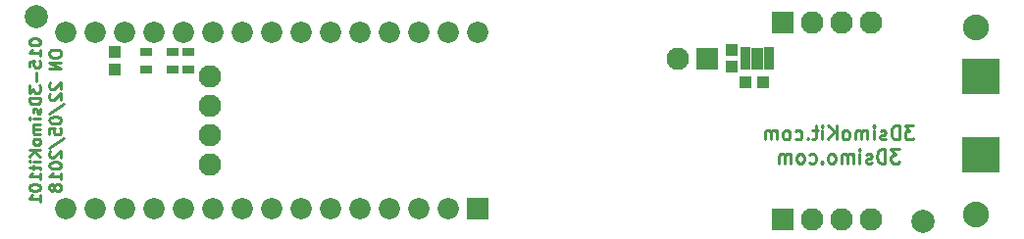
<source format=gbr>
G04 #@! TF.GenerationSoftware,KiCad,Pcbnew,no-vcs-found*
G04 #@! TF.CreationDate,2018-05-22T13:07:31+02:00*
G04 #@! TF.ProjectId,3dsimo_kit,336473696D6F5F6B69742E6B69636164,100A*
G04 #@! TF.SameCoordinates,Original
G04 #@! TF.FileFunction,Soldermask,Bot*
G04 #@! TF.FilePolarity,Negative*
%FSLAX46Y46*%
G04 Gerber Fmt 4.6, Leading zero omitted, Abs format (unit mm)*
G04 Created by KiCad (PCBNEW no-vcs-found) date 05/22/18 13:07:31*
%MOMM*%
%LPD*%
G01*
G04 APERTURE LIST*
%ADD10C,0.100000*%
%ADD11C,0.250000*%
%ADD12O,1.940000X1.940000*%
%ADD13R,1.940000X1.940000*%
%ADD14O,1.840000X1.840000*%
%ADD15R,1.840000X1.840000*%
%ADD16R,1.040000X0.990000*%
%ADD17C,2.000000*%
%ADD18C,2.240000*%
%ADD19C,1.940000*%
%ADD20R,1.140000X1.090000*%
%ADD21R,0.890000X0.590000*%
%ADD22R,3.240000X3.040000*%
%ADD23R,0.990000X1.040000*%
%ADD24R,1.140000X0.740000*%
G04 APERTURE END LIST*
D10*
D11*
X66527380Y-53790476D02*
X66527380Y-53885714D01*
X66575000Y-53980952D01*
X66622619Y-54028571D01*
X66717857Y-54076190D01*
X66908333Y-54123809D01*
X67146428Y-54123809D01*
X67336904Y-54076190D01*
X67432142Y-54028571D01*
X67479761Y-53980952D01*
X67527380Y-53885714D01*
X67527380Y-53790476D01*
X67479761Y-53695238D01*
X67432142Y-53647619D01*
X67336904Y-53600000D01*
X67146428Y-53552380D01*
X66908333Y-53552380D01*
X66717857Y-53600000D01*
X66622619Y-53647619D01*
X66575000Y-53695238D01*
X66527380Y-53790476D01*
X67527380Y-55076190D02*
X67527380Y-54504761D01*
X67527380Y-54790476D02*
X66527380Y-54790476D01*
X66670238Y-54695238D01*
X66765476Y-54600000D01*
X66813095Y-54504761D01*
X66527380Y-55980952D02*
X66527380Y-55504761D01*
X67003571Y-55457142D01*
X66955952Y-55504761D01*
X66908333Y-55600000D01*
X66908333Y-55838095D01*
X66955952Y-55933333D01*
X67003571Y-55980952D01*
X67098809Y-56028571D01*
X67336904Y-56028571D01*
X67432142Y-55980952D01*
X67479761Y-55933333D01*
X67527380Y-55838095D01*
X67527380Y-55600000D01*
X67479761Y-55504761D01*
X67432142Y-55457142D01*
X67146428Y-56457142D02*
X67146428Y-57219047D01*
X66527380Y-57600000D02*
X66527380Y-58219047D01*
X66908333Y-57885714D01*
X66908333Y-58028571D01*
X66955952Y-58123809D01*
X67003571Y-58171428D01*
X67098809Y-58219047D01*
X67336904Y-58219047D01*
X67432142Y-58171428D01*
X67479761Y-58123809D01*
X67527380Y-58028571D01*
X67527380Y-57742857D01*
X67479761Y-57647619D01*
X67432142Y-57600000D01*
X67527380Y-58647619D02*
X66527380Y-58647619D01*
X66527380Y-58885714D01*
X66575000Y-59028571D01*
X66670238Y-59123809D01*
X66765476Y-59171428D01*
X66955952Y-59219047D01*
X67098809Y-59219047D01*
X67289285Y-59171428D01*
X67384523Y-59123809D01*
X67479761Y-59028571D01*
X67527380Y-58885714D01*
X67527380Y-58647619D01*
X67479761Y-59600000D02*
X67527380Y-59695238D01*
X67527380Y-59885714D01*
X67479761Y-59980952D01*
X67384523Y-60028571D01*
X67336904Y-60028571D01*
X67241666Y-59980952D01*
X67194047Y-59885714D01*
X67194047Y-59742857D01*
X67146428Y-59647619D01*
X67051190Y-59600000D01*
X67003571Y-59600000D01*
X66908333Y-59647619D01*
X66860714Y-59742857D01*
X66860714Y-59885714D01*
X66908333Y-59980952D01*
X67527380Y-60457142D02*
X66860714Y-60457142D01*
X66527380Y-60457142D02*
X66575000Y-60409523D01*
X66622619Y-60457142D01*
X66575000Y-60504761D01*
X66527380Y-60457142D01*
X66622619Y-60457142D01*
X67527380Y-60933333D02*
X66860714Y-60933333D01*
X66955952Y-60933333D02*
X66908333Y-60980952D01*
X66860714Y-61076190D01*
X66860714Y-61219047D01*
X66908333Y-61314285D01*
X67003571Y-61361904D01*
X67527380Y-61361904D01*
X67003571Y-61361904D02*
X66908333Y-61409523D01*
X66860714Y-61504761D01*
X66860714Y-61647619D01*
X66908333Y-61742857D01*
X67003571Y-61790476D01*
X67527380Y-61790476D01*
X67527380Y-62409523D02*
X67479761Y-62314285D01*
X67432142Y-62266666D01*
X67336904Y-62219047D01*
X67051190Y-62219047D01*
X66955952Y-62266666D01*
X66908333Y-62314285D01*
X66860714Y-62409523D01*
X66860714Y-62552380D01*
X66908333Y-62647619D01*
X66955952Y-62695238D01*
X67051190Y-62742857D01*
X67336904Y-62742857D01*
X67432142Y-62695238D01*
X67479761Y-62647619D01*
X67527380Y-62552380D01*
X67527380Y-62409523D01*
X67527380Y-63171428D02*
X66527380Y-63171428D01*
X67527380Y-63742857D02*
X66955952Y-63314285D01*
X66527380Y-63742857D02*
X67098809Y-63171428D01*
X67527380Y-64171428D02*
X66860714Y-64171428D01*
X66527380Y-64171428D02*
X66575000Y-64123809D01*
X66622619Y-64171428D01*
X66575000Y-64219047D01*
X66527380Y-64171428D01*
X66622619Y-64171428D01*
X66860714Y-64504761D02*
X66860714Y-64885714D01*
X66527380Y-64647619D02*
X67384523Y-64647619D01*
X67479761Y-64695238D01*
X67527380Y-64790476D01*
X67527380Y-64885714D01*
X67527380Y-65742857D02*
X67527380Y-65171428D01*
X67527380Y-65457142D02*
X66527380Y-65457142D01*
X66670238Y-65361904D01*
X66765476Y-65266666D01*
X66813095Y-65171428D01*
X66527380Y-66361904D02*
X66527380Y-66457142D01*
X66575000Y-66552380D01*
X66622619Y-66600000D01*
X66717857Y-66647619D01*
X66908333Y-66695238D01*
X67146428Y-66695238D01*
X67336904Y-66647619D01*
X67432142Y-66600000D01*
X67479761Y-66552380D01*
X67527380Y-66457142D01*
X67527380Y-66361904D01*
X67479761Y-66266666D01*
X67432142Y-66219047D01*
X67336904Y-66171428D01*
X67146428Y-66123809D01*
X66908333Y-66123809D01*
X66717857Y-66171428D01*
X66622619Y-66219047D01*
X66575000Y-66266666D01*
X66527380Y-66361904D01*
X67527380Y-67647619D02*
X67527380Y-67076190D01*
X67527380Y-67361904D02*
X66527380Y-67361904D01*
X66670238Y-67266666D01*
X66765476Y-67171428D01*
X66813095Y-67076190D01*
X68277380Y-54742857D02*
X68277380Y-54933333D01*
X68325000Y-55028571D01*
X68420238Y-55123809D01*
X68610714Y-55171428D01*
X68944047Y-55171428D01*
X69134523Y-55123809D01*
X69229761Y-55028571D01*
X69277380Y-54933333D01*
X69277380Y-54742857D01*
X69229761Y-54647619D01*
X69134523Y-54552380D01*
X68944047Y-54504761D01*
X68610714Y-54504761D01*
X68420238Y-54552380D01*
X68325000Y-54647619D01*
X68277380Y-54742857D01*
X69277380Y-55600000D02*
X68277380Y-55600000D01*
X69277380Y-56171428D01*
X68277380Y-56171428D01*
X68372619Y-57361904D02*
X68325000Y-57409523D01*
X68277380Y-57504761D01*
X68277380Y-57742857D01*
X68325000Y-57838095D01*
X68372619Y-57885714D01*
X68467857Y-57933333D01*
X68563095Y-57933333D01*
X68705952Y-57885714D01*
X69277380Y-57314285D01*
X69277380Y-57933333D01*
X68372619Y-58314285D02*
X68325000Y-58361904D01*
X68277380Y-58457142D01*
X68277380Y-58695238D01*
X68325000Y-58790476D01*
X68372619Y-58838095D01*
X68467857Y-58885714D01*
X68563095Y-58885714D01*
X68705952Y-58838095D01*
X69277380Y-58266666D01*
X69277380Y-58885714D01*
X68229761Y-60028571D02*
X69515476Y-59171428D01*
X68277380Y-60552380D02*
X68277380Y-60647619D01*
X68325000Y-60742857D01*
X68372619Y-60790476D01*
X68467857Y-60838095D01*
X68658333Y-60885714D01*
X68896428Y-60885714D01*
X69086904Y-60838095D01*
X69182142Y-60790476D01*
X69229761Y-60742857D01*
X69277380Y-60647619D01*
X69277380Y-60552380D01*
X69229761Y-60457142D01*
X69182142Y-60409523D01*
X69086904Y-60361904D01*
X68896428Y-60314285D01*
X68658333Y-60314285D01*
X68467857Y-60361904D01*
X68372619Y-60409523D01*
X68325000Y-60457142D01*
X68277380Y-60552380D01*
X68277380Y-61790476D02*
X68277380Y-61314285D01*
X68753571Y-61266666D01*
X68705952Y-61314285D01*
X68658333Y-61409523D01*
X68658333Y-61647619D01*
X68705952Y-61742857D01*
X68753571Y-61790476D01*
X68848809Y-61838095D01*
X69086904Y-61838095D01*
X69182142Y-61790476D01*
X69229761Y-61742857D01*
X69277380Y-61647619D01*
X69277380Y-61409523D01*
X69229761Y-61314285D01*
X69182142Y-61266666D01*
X68229761Y-62980952D02*
X69515476Y-62123809D01*
X68372619Y-63266666D02*
X68325000Y-63314285D01*
X68277380Y-63409523D01*
X68277380Y-63647619D01*
X68325000Y-63742857D01*
X68372619Y-63790476D01*
X68467857Y-63838095D01*
X68563095Y-63838095D01*
X68705952Y-63790476D01*
X69277380Y-63219047D01*
X69277380Y-63838095D01*
X68277380Y-64457142D02*
X68277380Y-64552380D01*
X68325000Y-64647619D01*
X68372619Y-64695238D01*
X68467857Y-64742857D01*
X68658333Y-64790476D01*
X68896428Y-64790476D01*
X69086904Y-64742857D01*
X69182142Y-64695238D01*
X69229761Y-64647619D01*
X69277380Y-64552380D01*
X69277380Y-64457142D01*
X69229761Y-64361904D01*
X69182142Y-64314285D01*
X69086904Y-64266666D01*
X68896428Y-64219047D01*
X68658333Y-64219047D01*
X68467857Y-64266666D01*
X68372619Y-64314285D01*
X68325000Y-64361904D01*
X68277380Y-64457142D01*
X69277380Y-65742857D02*
X69277380Y-65171428D01*
X69277380Y-65457142D02*
X68277380Y-65457142D01*
X68420238Y-65361904D01*
X68515476Y-65266666D01*
X68563095Y-65171428D01*
X68705952Y-66314285D02*
X68658333Y-66219047D01*
X68610714Y-66171428D01*
X68515476Y-66123809D01*
X68467857Y-66123809D01*
X68372619Y-66171428D01*
X68325000Y-66219047D01*
X68277380Y-66314285D01*
X68277380Y-66504761D01*
X68325000Y-66599999D01*
X68372619Y-66647619D01*
X68467857Y-66695238D01*
X68515476Y-66695238D01*
X68610714Y-66647619D01*
X68658333Y-66599999D01*
X68705952Y-66504761D01*
X68705952Y-66314285D01*
X68753571Y-66219047D01*
X68801190Y-66171428D01*
X68896428Y-66123809D01*
X69086904Y-66123809D01*
X69182142Y-66171428D01*
X69229761Y-66219047D01*
X69277380Y-66314285D01*
X69277380Y-66504761D01*
X69229761Y-66599999D01*
X69182142Y-66647619D01*
X69086904Y-66695238D01*
X68896428Y-66695238D01*
X68801190Y-66647619D01*
X68753571Y-66599999D01*
X68705952Y-66504761D01*
X142885714Y-61067857D02*
X142142857Y-61067857D01*
X142542857Y-61525000D01*
X142371428Y-61525000D01*
X142257142Y-61582142D01*
X142200000Y-61639285D01*
X142142857Y-61753571D01*
X142142857Y-62039285D01*
X142200000Y-62153571D01*
X142257142Y-62210714D01*
X142371428Y-62267857D01*
X142714285Y-62267857D01*
X142828571Y-62210714D01*
X142885714Y-62153571D01*
X141628571Y-62267857D02*
X141628571Y-61067857D01*
X141342857Y-61067857D01*
X141171428Y-61125000D01*
X141057142Y-61239285D01*
X141000000Y-61353571D01*
X140942857Y-61582142D01*
X140942857Y-61753571D01*
X141000000Y-61982142D01*
X141057142Y-62096428D01*
X141171428Y-62210714D01*
X141342857Y-62267857D01*
X141628571Y-62267857D01*
X140485714Y-62210714D02*
X140371428Y-62267857D01*
X140142857Y-62267857D01*
X140028571Y-62210714D01*
X139971428Y-62096428D01*
X139971428Y-62039285D01*
X140028571Y-61925000D01*
X140142857Y-61867857D01*
X140314285Y-61867857D01*
X140428571Y-61810714D01*
X140485714Y-61696428D01*
X140485714Y-61639285D01*
X140428571Y-61525000D01*
X140314285Y-61467857D01*
X140142857Y-61467857D01*
X140028571Y-61525000D01*
X139457142Y-62267857D02*
X139457142Y-61467857D01*
X139457142Y-61067857D02*
X139514285Y-61125000D01*
X139457142Y-61182142D01*
X139400000Y-61125000D01*
X139457142Y-61067857D01*
X139457142Y-61182142D01*
X138885714Y-62267857D02*
X138885714Y-61467857D01*
X138885714Y-61582142D02*
X138828571Y-61525000D01*
X138714285Y-61467857D01*
X138542857Y-61467857D01*
X138428571Y-61525000D01*
X138371428Y-61639285D01*
X138371428Y-62267857D01*
X138371428Y-61639285D02*
X138314285Y-61525000D01*
X138200000Y-61467857D01*
X138028571Y-61467857D01*
X137914285Y-61525000D01*
X137857142Y-61639285D01*
X137857142Y-62267857D01*
X137114285Y-62267857D02*
X137228571Y-62210714D01*
X137285714Y-62153571D01*
X137342857Y-62039285D01*
X137342857Y-61696428D01*
X137285714Y-61582142D01*
X137228571Y-61525000D01*
X137114285Y-61467857D01*
X136942857Y-61467857D01*
X136828571Y-61525000D01*
X136771428Y-61582142D01*
X136714285Y-61696428D01*
X136714285Y-62039285D01*
X136771428Y-62153571D01*
X136828571Y-62210714D01*
X136942857Y-62267857D01*
X137114285Y-62267857D01*
X136200000Y-62267857D02*
X136200000Y-61067857D01*
X135514285Y-62267857D02*
X136028571Y-61582142D01*
X135514285Y-61067857D02*
X136200000Y-61753571D01*
X135000000Y-62267857D02*
X135000000Y-61467857D01*
X135000000Y-61067857D02*
X135057142Y-61125000D01*
X135000000Y-61182142D01*
X134942857Y-61125000D01*
X135000000Y-61067857D01*
X135000000Y-61182142D01*
X134600000Y-61467857D02*
X134142857Y-61467857D01*
X134428571Y-61067857D02*
X134428571Y-62096428D01*
X134371428Y-62210714D01*
X134257142Y-62267857D01*
X134142857Y-62267857D01*
X133742857Y-62153571D02*
X133685714Y-62210714D01*
X133742857Y-62267857D01*
X133800000Y-62210714D01*
X133742857Y-62153571D01*
X133742857Y-62267857D01*
X132657142Y-62210714D02*
X132771428Y-62267857D01*
X133000000Y-62267857D01*
X133114285Y-62210714D01*
X133171428Y-62153571D01*
X133228571Y-62039285D01*
X133228571Y-61696428D01*
X133171428Y-61582142D01*
X133114285Y-61525000D01*
X133000000Y-61467857D01*
X132771428Y-61467857D01*
X132657142Y-61525000D01*
X131971428Y-62267857D02*
X132085714Y-62210714D01*
X132142857Y-62153571D01*
X132200000Y-62039285D01*
X132200000Y-61696428D01*
X132142857Y-61582142D01*
X132085714Y-61525000D01*
X131971428Y-61467857D01*
X131800000Y-61467857D01*
X131685714Y-61525000D01*
X131628571Y-61582142D01*
X131571428Y-61696428D01*
X131571428Y-62039285D01*
X131628571Y-62153571D01*
X131685714Y-62210714D01*
X131800000Y-62267857D01*
X131971428Y-62267857D01*
X131057142Y-62267857D02*
X131057142Y-61467857D01*
X131057142Y-61582142D02*
X131000000Y-61525000D01*
X130885714Y-61467857D01*
X130714285Y-61467857D01*
X130600000Y-61525000D01*
X130542857Y-61639285D01*
X130542857Y-62267857D01*
X130542857Y-61639285D02*
X130485714Y-61525000D01*
X130371428Y-61467857D01*
X130200000Y-61467857D01*
X130085714Y-61525000D01*
X130028571Y-61639285D01*
X130028571Y-62267857D01*
X141657142Y-63117857D02*
X140914285Y-63117857D01*
X141314285Y-63575000D01*
X141142857Y-63575000D01*
X141028571Y-63632142D01*
X140971428Y-63689285D01*
X140914285Y-63803571D01*
X140914285Y-64089285D01*
X140971428Y-64203571D01*
X141028571Y-64260714D01*
X141142857Y-64317857D01*
X141485714Y-64317857D01*
X141600000Y-64260714D01*
X141657142Y-64203571D01*
X140400000Y-64317857D02*
X140400000Y-63117857D01*
X140114285Y-63117857D01*
X139942857Y-63175000D01*
X139828571Y-63289285D01*
X139771428Y-63403571D01*
X139714285Y-63632142D01*
X139714285Y-63803571D01*
X139771428Y-64032142D01*
X139828571Y-64146428D01*
X139942857Y-64260714D01*
X140114285Y-64317857D01*
X140400000Y-64317857D01*
X139257142Y-64260714D02*
X139142857Y-64317857D01*
X138914285Y-64317857D01*
X138800000Y-64260714D01*
X138742857Y-64146428D01*
X138742857Y-64089285D01*
X138800000Y-63975000D01*
X138914285Y-63917857D01*
X139085714Y-63917857D01*
X139200000Y-63860714D01*
X139257142Y-63746428D01*
X139257142Y-63689285D01*
X139200000Y-63575000D01*
X139085714Y-63517857D01*
X138914285Y-63517857D01*
X138800000Y-63575000D01*
X138228571Y-64317857D02*
X138228571Y-63517857D01*
X138228571Y-63117857D02*
X138285714Y-63175000D01*
X138228571Y-63232142D01*
X138171428Y-63175000D01*
X138228571Y-63117857D01*
X138228571Y-63232142D01*
X137657142Y-64317857D02*
X137657142Y-63517857D01*
X137657142Y-63632142D02*
X137600000Y-63575000D01*
X137485714Y-63517857D01*
X137314285Y-63517857D01*
X137200000Y-63575000D01*
X137142857Y-63689285D01*
X137142857Y-64317857D01*
X137142857Y-63689285D02*
X137085714Y-63575000D01*
X136971428Y-63517857D01*
X136800000Y-63517857D01*
X136685714Y-63575000D01*
X136628571Y-63689285D01*
X136628571Y-64317857D01*
X135885714Y-64317857D02*
X136000000Y-64260714D01*
X136057142Y-64203571D01*
X136114285Y-64089285D01*
X136114285Y-63746428D01*
X136057142Y-63632142D01*
X136000000Y-63575000D01*
X135885714Y-63517857D01*
X135714285Y-63517857D01*
X135600000Y-63575000D01*
X135542857Y-63632142D01*
X135485714Y-63746428D01*
X135485714Y-64089285D01*
X135542857Y-64203571D01*
X135600000Y-64260714D01*
X135714285Y-64317857D01*
X135885714Y-64317857D01*
X134971428Y-64203571D02*
X134914285Y-64260714D01*
X134971428Y-64317857D01*
X135028571Y-64260714D01*
X134971428Y-64203571D01*
X134971428Y-64317857D01*
X133885714Y-64260714D02*
X134000000Y-64317857D01*
X134228571Y-64317857D01*
X134342857Y-64260714D01*
X134400000Y-64203571D01*
X134457142Y-64089285D01*
X134457142Y-63746428D01*
X134400000Y-63632142D01*
X134342857Y-63575000D01*
X134228571Y-63517857D01*
X134000000Y-63517857D01*
X133885714Y-63575000D01*
X133200000Y-64317857D02*
X133314285Y-64260714D01*
X133371428Y-64203571D01*
X133428571Y-64089285D01*
X133428571Y-63746428D01*
X133371428Y-63632142D01*
X133314285Y-63575000D01*
X133200000Y-63517857D01*
X133028571Y-63517857D01*
X132914285Y-63575000D01*
X132857142Y-63632142D01*
X132800000Y-63746428D01*
X132800000Y-64089285D01*
X132857142Y-64203571D01*
X132914285Y-64260714D01*
X133028571Y-64317857D01*
X133200000Y-64317857D01*
X132285714Y-64317857D02*
X132285714Y-63517857D01*
X132285714Y-63632142D02*
X132228571Y-63575000D01*
X132114285Y-63517857D01*
X131942857Y-63517857D01*
X131828571Y-63575000D01*
X131771428Y-63689285D01*
X131771428Y-64317857D01*
X131771428Y-63689285D02*
X131714285Y-63575000D01*
X131600000Y-63517857D01*
X131428571Y-63517857D01*
X131314285Y-63575000D01*
X131257142Y-63689285D01*
X131257142Y-64317857D01*
D12*
X122500000Y-55300000D03*
D13*
X125040000Y-55300000D03*
D14*
X69715000Y-53035000D03*
X69715000Y-68275000D03*
X105275000Y-53035000D03*
X72255000Y-68275000D03*
X102735000Y-53035000D03*
X74795000Y-68275000D03*
X100195000Y-53035000D03*
X77335000Y-68275000D03*
X97655000Y-53035000D03*
X79875000Y-68275000D03*
X95115000Y-53035000D03*
X82415000Y-68275000D03*
X92575000Y-53035000D03*
X84955000Y-68275000D03*
X90035000Y-53035000D03*
X87495000Y-68275000D03*
X87495000Y-53035000D03*
X90035000Y-68275000D03*
X84955000Y-53035000D03*
X92575000Y-68275000D03*
X82415000Y-53035000D03*
X95115000Y-68275000D03*
X79875000Y-53035000D03*
X97655000Y-68275000D03*
X77335000Y-53035000D03*
X100195000Y-68275000D03*
X74795000Y-53035000D03*
X102735000Y-68275000D03*
X72255000Y-53035000D03*
D15*
X105275000Y-68275000D03*
D16*
X128400000Y-57300000D03*
X129900000Y-57300000D03*
D17*
X67125000Y-51675000D03*
X143725000Y-69375000D03*
D18*
X148225000Y-68775000D03*
X148225000Y-52575000D03*
D12*
X139245000Y-69175000D03*
X136705000Y-69175000D03*
X134165000Y-69175000D03*
D13*
X131625000Y-69175000D03*
X131625000Y-52175000D03*
D12*
X134165000Y-52175000D03*
X136705000Y-52175000D03*
X139245000Y-52175000D03*
D19*
X82100000Y-64470000D03*
X82100000Y-61920000D03*
X82100000Y-59380000D03*
X82100000Y-56840000D03*
D20*
X129400000Y-55675000D03*
X129400000Y-54825000D03*
D21*
X130400000Y-56000000D03*
X130400000Y-55500000D03*
X130400000Y-55000000D03*
X130400000Y-54500000D03*
X128400000Y-54500000D03*
X128400000Y-55000000D03*
X128400000Y-55500000D03*
X128400000Y-56000000D03*
D22*
X148725000Y-56775000D03*
X148725000Y-63575000D03*
D23*
X73950000Y-54700000D03*
X73950000Y-56200000D03*
X127150000Y-56000000D03*
X127150000Y-54500000D03*
D24*
X76600000Y-54700000D03*
X76600000Y-56200000D03*
X80300000Y-56200000D03*
X80300000Y-54700000D03*
X78950000Y-56200000D03*
X78950000Y-54700000D03*
M02*

</source>
